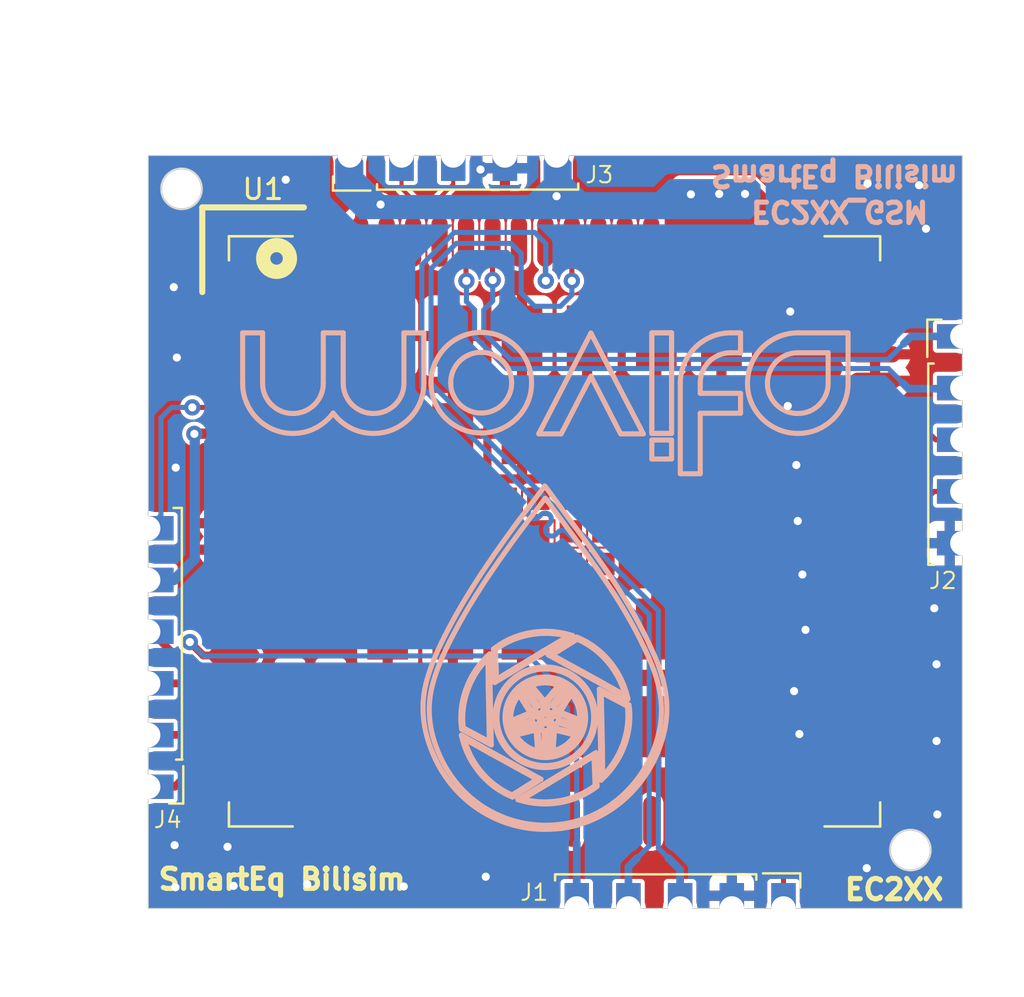
<source format=kicad_pcb>
(kicad_pcb (version 20240108) (generator "pcbnew") (generator_version "8.0")
  (layers (0 "F.Cu" signal) (31 "B.Cu" signal) (34 "B.Paste" user) (35 "F.Paste" user) (36 "B.SilkS" user "B.Silkscreen") (37 "F.SilkS" user "F.Silkscreen") (38 "B.Mask" user) (39 "F.Mask" user) (44 "Edge.Cuts" user))
  (net 0 "")
  (net 55 "GND")
  (net 56 "/USIM_RST")
  (net 57 "/USIM_DATA")
  (net 58 "+3V8")
  (net 59 "/ANT MAIN")
  (net 60 "/ANT GNSS")
  (net 61 "/USIM_CLK")
  (net 62 "/RXD")
  (net 63 "/TXD")
  (net 64 "VDD_EXT_1V8")
  (net 65 "/USB_N")
  (net 66 "/ANT_DIV")
  (net 67 "/CTS")
  (net 68 "/MODEM_NET_STATUS")
  (net 69 "/RTS")
  (net 70 "/USIM_PRESENCE")
  (net 71 "/USB_P")
  (net 72 "/USIM_VDD")
  (footprint "Footprint Library:Castelled 5" (layer "F.Cu") (at 141.14 115.85 180)
    (property "Reference" "J1")
    (property "Value" "DNP" (hide yes))
  )
  (footprint "Footprint Library:Castelled 5" (layer "F.Cu") (at 119.83 78.85)
    (property "Reference" "J3")
    (property "Value" "DNP" (hide yes))
  )
  (footprint "Footprint Library:castelled 6" (layer "F.Cu") (at 109.92 97.17 90)
    (property "Reference" "J4")
    (property "Value" "DNP" (hide yes))
  )
  (footprint "Footprint Library:EC200" (layer "F.Cu") (at 129.89 97.32)
    (property "Reference" "U1")
    (property "Value" "EC200")
  )
  (footprint "Footprint Library:Castelled 5" (layer "F.Cu") (at 149.93 87.74 -90)
    (property "Reference" "J2")
    (property "Value" "DNP" (hide yes))
  )
  (gr_line (start 137.048299 90.041858) (end 137.048299 90.536944) (stroke (width 0.25)) (layer "B.SilkS"))
  (gr_curve (pts (xy 126.867799 88.638485) (xy 127.050924 88.715689) (xy 127.210573 88.821889) (xy 127.346467 88.957783)) (stroke (width 0.25)) (layer "B.SilkS"))
  (gr_line (start 128.08676 110.501862) (end 129.483663 109.674093) (stroke (width 0.25)) (layer "B.SilkS"))
  (gr_line (start 134.670613 87.565588) (end 135.639197 87.565588) (stroke (width 0.25)) (layer "B.SilkS"))
  (gr_curve (pts (xy 126.28426 92.48501) (xy 126.629269 92.48501) (xy 126.950174 92.420662) (xy 127.247394 92.292384)) (stroke (width 0.25)) (layer "B.SilkS"))
  (gr_line (start 129.476261 107.157301) (end 129.476261 108.234522) (stroke (width 0.25)) (layer "B.SilkS"))
  (gr_line (start 114.563865 87.565588) (end 115.543417 87.565588) (stroke (width 0.25)) (layer "B.SilkS"))
  (gr_circle (center 129.723074 106.042653) (end 129.813074 106.042653) (stroke (width 0.25)) (fill none) (layer "B.SilkS"))
  (gr_line (start 131.203932 106.934709) (end 131.156721 107.080009) (stroke (width 0.25)) (layer "B.SilkS"))
  (gr_line (start 137.048299 90.536944) (end 139.029203 90.536944) (stroke (width 0.25)) (layer "B.SilkS"))
  (gr_arc (start 127.662394 106.76219) (mid 127.726971 105.922335) (end 128.16838 105.204925) (stroke (width 0.25)) (layer "B.SilkS"))
  (gr_curve (pts (xy 126.714725 108.225714) (xy 126.714725 108.225714) (xy 125.811962 107.718069) (xy 125.448429 107.513645)) (stroke (width 0.25)) (layer "B.SilkS"))
  (gr_curve (pts (xy 117.028886 91.527326) (xy 116.823403 91.527326) (xy 116.630986 91.488899) (xy 116.451145 91.411904)) (stroke (width 0.25)) (layer "B.SilkS"))
  (gr_curve (pts (xy 126.28426 87.54351) (xy 125.946936 87.54351) (xy 125.627638 87.607649) (xy 125.326856 87.736206)) (stroke (width 0.25)) (layer "B.SilkS"))
  (gr_curve (pts (xy 126.687592 107.655141) (xy 126.6738 107.007861) (xy 126.63113 105.005161) (xy 126.63113 105.005161)) (stroke (width 0.25)) (layer "B.SilkS"))
  (gr_curve (pts (xy 124.011936 89.062306) (xy 123.883378 89.363088) (xy 123.819239 89.682106) (xy 123.819239 90.01971)) (stroke (width 0.25)) (layer "B.SilkS"))
  (gr_curve (pts (xy 121.574163 91.411904) (xy 121.390759 91.488899) (xy 121.196176 91.527326) (xy 120.990903 91.527326)) (stroke (width 0.25)) (layer "B.SilkS"))
  (gr_arc (start 128.595941 104.863009) (mid 129.414643 104.664877) (end 130.233346 104.863009) (stroke (width 0.25)) (layer "B.SilkS"))
  (gr_curve (pts (xy 125.701 91.389826) (xy 125.517596 91.312831) (xy 125.357947 91.206422) (xy 125.222333 91.070738)) (stroke (width 0.25)) (layer "B.SilkS"))
  (gr_curve (pts (xy 125.906513 108.589256) (xy 126.372664 109.367737) (xy 127.051908 109.950648) (xy 127.806812 110.272902)) (stroke (width 0.25)) (layer "B.SilkS"))
  (gr_curve (pts (xy 115.978137 91.092886) (xy 115.842244 90.956922) (xy 115.735765 90.79923) (xy 115.65884 90.619599)) (stroke (width 0.25)) (layer "B.SilkS"))
  (gr_line (start 129.798674 106.954005) (end 131.034515 107.262135) (stroke (width 0.25)) (layer "B.SilkS"))
  (gr_line (start 134.670613 92.831976) (end 135.639197 92.831976) (stroke (width 0.25)) (layer "B.SilkS"))
  (gr_curve (pts (xy 119.939876 91.092886) (xy 119.803982 90.956922) (xy 119.697782 90.79923) (xy 119.620857 90.619599)) (stroke (width 0.25)) (layer "B.SilkS"))
  (gr_line (start 122.487621 87.565588) (end 123.467173 87.565588) (stroke (width 0.25)) (layer "B.SilkS"))
  (gr_line (start 143.332387 88.545141) (end 141.846569 88.545141) (stroke (width 0.25)) (layer "B.SilkS"))
  (gr_line (start 126.702508 103.3425) (end 126.720925 104.966138) (stroke (width 0.25)) (layer "B.SilkS"))
  (gr_line (start 128.16838 105.204925) (end 128.843325 106.285063) (stroke (width 0.25)) (layer "B.SilkS"))
  (gr_line (start 131.920746 108.196945) (end 131.980043 109.844718) (stroke (width 0.25)) (layer "B.SilkS"))
  (gr_curve (pts (xy 125.404257 106.974531) (xy 125.543971 107.048627) (xy 126.347175 107.474603) (xy 126.687592 107.655141)) (stroke (width 0.25)) (layer "B.SilkS"))
  (gr_curve (pts (xy 126.987487 103.136041) (xy 126.993175 103.294085) (xy 127.025871 104.202669) (xy 127.039729 104.587747)) (stroke (width 0.25)) (layer "B.SilkS"))
  (gr_line (start 135.639197 92.831976) (end 135.639197 93.765346) (stroke (width 0.25)) (layer "B.SilkS"))
  (gr_line (start 126.781631 107.815288) (end 125.324969 107.042754) (stroke (width 0.25)) (layer "B.SilkS"))
  (gr_circle (center 129.436167 106.455058) (end 131.416897 106.455058) (stroke (width 0.25)) (fill none) (layer "B.SilkS"))
  (gr_curve (pts (xy 116.071481 92.314462) (xy 116.372264 92.44274) (xy 116.691562 92.506879) (xy 117.028886 92.506879)) (stroke (width 0.25)) (layer "B.SilkS"))
  (gr_curve (pts (xy 137.048299 90.041858) (xy 137.048299 89.836306) (xy 137.086796 89.641723) (xy 137.163791 89.458598)) (stroke (width 0.25)) (layer "B.SilkS"))
  (gr_curve (pts (xy 116.451145 91.411904) (xy 116.271304 91.334979) (xy 116.113821 91.2285) (xy 115.978137 91.092886)) (stroke (width 0.25)) (layer "B.SilkS"))
  (gr_line (start 129.890116 107.079864) (end 129.818108 108.109628) (stroke (width 0.25)) (layer "B.SilkS"))
  (gr_line (start 129.423484 108.234522) (end 129.423484 107.157301) (stroke (width 0.25)) (layer "B.SilkS"))
  (gr_curve (pts (xy 126.867799 91.389826) (xy 126.684395 91.46703) (xy 126.489743 91.505528) (xy 126.28426 91.505528)) (stroke (width 0.25)) (layer "B.SilkS"))
  (gr_curve (pts (xy 122.0529 91.092886) (xy 121.916937 91.2285) (xy 121.757567 91.334979) (xy 121.574163 91.411904)) (stroke (width 0.25)) (layer "B.SilkS"))
  (gr_curve (pts (xy 125.326856 92.292384) (xy 125.627638 92.420662) (xy 125.946936 92.48501) (xy 126.28426 92.48501)) (stroke (width 0.25)) (layer "B.SilkS"))
  (gr_curve (pts (xy 119.010069 91.505528) (xy 119.23742 91.813647) (xy 119.523391 92.057347) (xy 119.8684 92.237257)) (stroke (width 0.25)) (layer "B.SilkS"))
  (gr_line (start 130.891727 107.329594) (end 129.890116 107.079864) (stroke (width 0.25)) (layer "B.SilkS"))
  (gr_curve (pts (xy 136.261513 89.084454) (xy 136.132955 89.385167) (xy 136.068816 89.704255) (xy 136.068816 90.041858)) (stroke (width 0.25)) (layer "B.SilkS"))
  (gr_line (start 129.583647 103.393187) (end 130.981012 102.517948) (stroke (width 0.25)) (layer "B.SilkS"))
  (gr_curve (pts (xy 130.21323 92.528957) (xy 130.315866 92.330811) (xy 130.433245 92.105137) (xy 130.565296 91.852144)) (stroke (width 0.25)) (layer "B.SilkS"))
  (gr_curve (pts (xy 133.467985 105.914764) (xy 133.32827 105.840667) (xy 132.525066 105.414692) (xy 132.184649 105.234153)) (stroke (width 0.25)) (layer "B.SilkS"))
  (gr_curve (pts (xy 129.487526 110.713747) (xy 130.434104 110.698663) (xy 131.312297 110.376248) (xy 131.980043 109.844718)) (stroke (width 0.25)) (layer "B.SilkS"))
  (gr_curve (pts (xy 131.829075 108.358459) (xy 131.275409 108.694043) (xy 129.562356 109.732346) (xy 129.562356 109.732346)) (stroke (width 0.25)) (layer "B.SilkS"))
  (gr_line (start 135.639197 93.765346) (end 134.670613 93.765346) (stroke (width 0.25)) (layer "B.SilkS"))
  (gr_curve (pts (xy 126.63113 105.005161) (xy 126.63113 105.005161) (xy 126.619382 103.969523) (xy 126.614651 103.552483)) (stroke (width 0.25)) (layer "B.SilkS"))
  (gr_line (start 129.385141 103.272113) (end 126.948057 104.749261) (stroke (width 0.25)) (layer "B.SilkS"))
  (gr_line (start 115.543417 87.565588) (end 115.543417 90.041858) (stroke (width 0.25)) (layer "B.SilkS"))
  (gr_curve (pts (xy 124.54 88.27) (xy 124.316212 88.497351) (xy 124.140144 88.761313) (xy 124.011936 89.062306)) (stroke (width 0.25)) (layer "B.SilkS"))
  (gr_arc (start 129.162507 108.224577) (mid 128.383706 107.903643) (end 127.837819 107.262135) (stroke (width 0.25)) (layer "B.SilkS"))
  (gr_line (start 128.695369 106.236989) (end 128.148345 105.361567) (stroke (width 0.25)) (layer "B.SilkS"))
  (gr_curve (pts (xy 129.769358 103.39182) (xy 130.336815 103.703517) (xy 132.092539 104.667913) (xy 132.092539 104.667913)) (stroke (width 0.25)) (layer "B.SilkS"))
  (gr_line (start 118.525603 87.565588) (end 119.505155 87.565588) (stroke (width 0.25)) (layer "B.SilkS"))
  (gr_curve (pts (xy 141.263379 88.660563) (xy 141.446504 88.583638) (xy 141.641087 88.545141) (xy 141.846569 88.545141)) (stroke (width 0.25)) (layer "B.SilkS"))
  (gr_line (start 131.156721 107.080009) (end 130.037117 106.716227) (stroke (width 0.25)) (layer "B.SilkS"))
  (gr_curve (pts (xy 123.575593 104.786905) (xy 123.77587 103.977946) (xy 124.110913 103.221368) (xy 124.48425 102.482909)) (stroke (width 0.25)) (layer "B.SilkS"))
  (gr_line (start 129.112526 92.528957) (end 131.676969 87.576558) (stroke (width 0.25)) (layer "B.SilkS"))
  (gr_line (start 119.505155 87.565588) (end 119.505155 90.041858) (stroke (width 0.25)) (layer "B.SilkS"))
  (gr_curve (pts (xy 128.76046 90.01971) (xy 128.76046 89.682106) (xy 128.696321 89.363088) (xy 128.568113 89.062306)) (stroke (width 0.25)) (layer "B.SilkS"))
  (gr_line (start 135.639197 87.565588) (end 135.639197 92.506879) (stroke (width 0.25)) (layer "B.SilkS"))
  (gr_line (start 134.670613 92.506879) (end 134.670613 87.565588) (stroke (width 0.25)) (layer "B.SilkS"))
  (gr_curve (pts (xy 124.54 91.76397) (xy 124.763788 91.987758) (xy 125.026073 92.163826) (xy 125.326856 92.292384)) (stroke (width 0.25)) (layer "B.SilkS"))
  (gr_curve (pts (xy 124.48425 102.482909) (xy 125.447709 100.576607) (xy 126.635874 98.817982) (xy 127.890431 97.104548)) (stroke (width 0.25)) (layer "B.SilkS"))
  (gr_line (start 130.710685 105.32063) (end 130.163663 106.196048) (stroke (width 0.25)) (layer "B.SilkS"))
  (gr_line (start 130.438612 104.922034) (end 130.562211 105.011834) (stroke (width 0.25)) (layer "B.SilkS"))
  (gr_curve (pts (xy 126.28426 88.522993) (xy 126.489743 88.522993) (xy 126.684395 88.56149) (xy 126.867799 88.638485)) (stroke (width 0.25)) (layer "B.SilkS"))
  (gr_line (start 138.545016 87.565588) (end 139.029203 87.565588) (stroke (width 0.25)) (layer "B.SilkS"))
  (gr_curve (pts (xy 125.701 88.638485) (xy 125.884404 88.56149) (xy 126.078987 88.522993) (xy 126.28426 88.522993)) (stroke (width 0.25)) (layer "B.SilkS"))
  (gr_line (start 129.423484 107.157301) (end 129.476261 107.157301) (stroke (width 0.25)) (layer "B.SilkS"))
  (gr_curve (pts (xy 127.247394 92.292384) (xy 127.544613 92.163826) (xy 127.806619 91.987758) (xy 128.034249 91.76397)) (stroke (width 0.25)) (layer "B.SilkS"))
  (gr_line (start 126.720925 104.966138) (end 126.781631 107.815288) (stroke (width 0.25)) (layer "B.SilkS"))
  (gr_curve (pts (xy 129.473087 110.61405) (xy 130.380347 110.599591) (xy 131.224784 110.302804) (xy 131.881316 109.810165)) (stroke (width 0.25)) (layer "B.SilkS"))
  (gr_curve (pts (xy 118.41018 90.619599) (xy 118.333186 90.79923) (xy 118.226776 90.956922) (xy 118.091092 91.092886)) (stroke (width 0.25)) (layer "B.SilkS"))
  (gr_line (start 134.670613 93.765346) (end 134.670613 92.831976) (stroke (width 0.25)) (layer "B.SilkS"))
  (gr_line (start 129.414643 105.68313) (end 130.078179 104.892359) (stroke (width 0.25)) (layer "B.SilkS"))
  (gr_curve (pts (xy 128.568113 90.982634) (xy 128.696321 90.685694) (xy 128.76046 90.36444) (xy 128.76046 90.01971)) (stroke (width 0.25)) (layer "B.SilkS"))
  (gr_curve (pts (xy 129.562356 109.732346) (xy 129.562356 109.732346) (xy 128.671341 110.260339) (xy 128.312539 110.472956)) (stroke (width 0.25)) (layer "B.SilkS"))
  (gr_curve (pts (xy 132.480175 91.252255) (xy 132.619631 91.523833) (xy 132.74791 91.775149) (xy 132.865498 92.006064)) (stroke (width 0.25)) (layer "B.SilkS"))
  (gr_curve (pts (xy 127.247394 87.736206) (xy 126.950174 87.607649) (xy 126.629269 87.54351) (xy 126.28426 87.54351)) (stroke (width 0.25)) (layer "B.SilkS"))
  (gr_curve (pts (xy 127.665555 90.59752) (xy 127.58856 90.777081) (xy 127.482151 90.934844) (xy 127.346467 91.070738)) (stroke (width 0.25)) (layer "B.SilkS"))
  (gr_line (start 129.223616 109.500439) (end 127.826252 110.375678) (stroke (width 0.25)) (layer "B.SilkS"))
  (gr_curve (pts (xy 126.614651 103.552483) (xy 126.344577 103.824782) (xy 126.107041 104.136768) (xy 125.912187 104.487)) (stroke (width 0.25)) (layer "B.SilkS"))
  (gr_curve (pts (xy 124.903245 89.43652) (xy 124.980239 89.253116) (xy 125.086649 89.093397) (xy 125.222333 88.957783)) (stroke (width 0.25)) (layer "B.SilkS"))
  (gr_line (start 128.990962 105.910497) (end 128.357787 105.039007) (stroke (width 0.25)) (layer "B.SilkS"))
  (gr_line (start 129.476261 108.234522) (end 129.423484 108.234522) (stroke (width 0.25)) (layer "B.SilkS"))
  (gr_curve (pts (xy 115.65884 90.619599) (xy 115.581845 90.439758) (xy 115.543417 90.247061) (xy 115.543417 90.041858)) (stroke (width 0.25)) (layer "B.SilkS"))
  (gr_line (start 128.843325 106.285063) (end 127.662394 106.76219) (stroke (width 0.25)) (layer "B.SilkS"))
  (gr_curve (pts (xy 139.563066 89.084454) (xy 139.434509 89.385167) (xy 139.37037 89.704255) (xy 139.37037 90.041858)) (stroke (width 0.25)) (layer "B.SilkS"))
  (gr_curve (pts (xy 134.577549 103.664206) (xy 135.055727 104.77064) (xy 135.295655 105.900548) (xy 135.03826 107.114788)) (stroke (width 0.25)) (layer "B.SilkS"))
  (gr_circle (center 129.436167 106.455058) (end 131.906632 106.455058) (stroke (width 0.25)) (fill none) (layer "B.SilkS"))
  (gr_curve (pts (xy 125.448429 107.513645) (xy 125.54921 107.883686) (xy 125.70063 108.245391) (xy 125.906513 108.589256)) (stroke (width 0.25)) (layer "B.SilkS"))
  (gr_curve (pts (xy 140.465344 90.619599) (xy 140.38835 90.439758) (xy 140.349852 90.247061) (xy 140.349852 90.041858)) (stroke (width 0.25)) (layer "B.SilkS"))
  (gr_curve (pts (xy 139.563066 91.004712) (xy 139.691344 91.301931) (xy 139.869299 91.562261) (xy 140.096859 91.786118)) (stroke (width 0.25)) (layer "B.SilkS"))
  (gr_circle (center 129.436167 106.455058) (end 129.586167 106.455058) (stroke (width 0.25)) (fill none) (layer "B.SilkS"))
  (gr_curve (pts (xy 139.37037 90.041858) (xy 139.37037 90.386518) (xy 139.434509 90.707493) (xy 139.563066 91.004712)) (stroke (width 0.25)) (layer "B.SilkS"))
  (gr_curve (pts (xy 130.556265 102.473249) (xy 130.185409 102.375508) (xy 129.796454 102.325789) (xy 129.395717 102.332156)) (stroke (width 0.25)) (layer "B.SilkS"))
  (gr_curve (pts (xy 129.306448 103.213859) (xy 129.306448 103.213859) (xy 130.197462 102.685867) (xy 130.556265 102.473249)) (stroke (width 0.25)) (layer "B.SilkS"))
  (gr_line (start 127.837819 107.262135) (end 129.07366 106.954005) (stroke (width 0.25)) (layer "B.SilkS"))
  (gr_line (start 129.709827 108.224577) (end 129.798674 106.954005) (stroke (width 0.25)) (layer "B.SilkS"))
  (gr_line (start 127.738261 106.623686) (end 128.695369 106.236989) (stroke (width 0.25)) (layer "B.SilkS"))
  (gr_line (start 129.870258 105.964226) (end 129.746659 105.874426) (stroke (width 0.25)) (layer "B.SilkS"))
  (gr_curve (pts (xy 124.032343 108.511989) (xy 123.472153 107.328739) (xy 123.253755 106.087094) (xy 123.575593 104.786905)) (stroke (width 0.25)) (layer "B.SilkS"))
  (gr_curve (pts (xy 135.03826 107.114788) (xy 134.527593 109.524963) (xy 132.589588 111.391772) (xy 130.238941 111.708624)) (stroke (width 0.25)) (layer "B.SilkS"))
  (gr_curve (pts (xy 132.169733 109.546795) (xy 132.515483 109.236246) (xy 132.816225 108.866326) (xy 133.053615 108.439638)) (stroke (width 0.25)) (layer "B.SilkS"))
  (gr_curve (pts (xy 130.565296 91.852144) (xy 130.697417 91.598872) (xy 130.829258 91.342036) (xy 130.961589 91.081707)) (stroke (width 0.25)) (layer "B.SilkS"))
  (gr_line (start 131.124619 107.017005) (end 130.100121 106.684125) (stroke (width 0.25)) (layer "B.SilkS"))
  (gr_curve (pts (xy 127.780977 90.01971) (xy 127.780977 90.224983) (xy 127.74248 90.417679) (xy 127.665555 90.59752)) (stroke (width 0.25)) (layer "B.SilkS"))
  (gr_curve (pts (xy 114.563865 90.041858) (xy 114.563865 90.386518) (xy 114.628004 90.707493) (xy 114.756561 91.004712)) (stroke (width 0.25)) (layer "B.SilkS"))
  (gr_curve (pts (xy 143.216685 90.619599) (xy 143.139691 90.79923) (xy 143.033281 90.956922) (xy 142.897597 91.092886)) (stroke (width 0.25)) (layer "B.SilkS"))
  (gr_line (start 122.487621 90.041858) (end 122.487621 87.565588) (stroke (width 0.25)) (layer "B.SilkS"))
  (gr_curve (pts (xy 137.587612 87.758285) (xy 137.286619 87.886563) (xy 137.022657 88.064517) (xy 136.795306 88.291869)) (stroke (width 0.25)) (layer "B.SilkS"))
  (gr_curve (pts (xy 120.990903 91.527326) (xy 120.785421 91.527326) (xy 120.592724 91.488899) (xy 120.413163 91.411904)) (stroke (width 0.25)) (layer "B.SilkS"))
  (gr_curve (pts (xy 132.241112 107.884133) (xy 132.241112 107.884133) (xy 132.252859 108.919771) (xy 132.25759 109.336812)) (stroke (width 0.25)) (layer "B.SilkS"))
  (gr_circle (center 129.132398 106.054911) (end 129.197398 106.054911) (stroke (width 0.25)) (fill none) (layer "B.SilkS"))
  (gr_curve (pts (xy 125.912187 104.487) (xy 125.471078 105.279939) (xy 125.305884 106.159637) (xy 125.404257 106.974531)) (stroke (width 0.25)) (layer "B.SilkS"))
  (gr_circle (center 129.436167 106.455058) (end 131.336167 106.455058) (stroke (width 0.25)) (fill none) (layer "B.SilkS"))
  (gr_curve (pts (xy 132.092539 104.667913) (xy 132.092539 104.667913) (xy 132.995302 105.175558) (xy 133.358835 105.379981)) (stroke (width 0.25)) (layer "B.SilkS"))
  (gr_line (start 128.982218 107.079864) (end 127.980603 107.329595) (stroke (width 0.25)) (layer "B.SilkS"))
  (gr_curve (pts (xy 140.889165 87.758285) (xy 140.588173 87.886563) (xy 140.323931 88.064517) (xy 140.096859 88.291869)) (stroke (width 0.25)) (layer "B.SilkS"))
  (gr_curve (pts (xy 119.620857 90.619599) (xy 119.543583 90.439758) (xy 119.505155 90.247061) (xy 119.505155 90.041858)) (stroke (width 0.25)) (layer "B.SilkS"))
  (gr_line (start 139.029203 87.565588) (end 139.029203 88.545141) (stroke (width 0.25)) (layer "B.SilkS"))
  (gr_line (start 134.670613 92.506879) (end 134.670613 87.565588) (stroke (width 0.25)) (layer "B.SilkS"))
  (gr_line (start 130.100121 106.684125) (end 130.11643 106.633932) (stroke (width 0.25)) (layer "B.SilkS"))
  (gr_curve (pts (xy 123.274476 91.004712) (xy 123.402755 90.707493) (xy 123.467173 90.386518) (xy 123.467173 90.041858)) (stroke (width 0.25)) (layer "B.SilkS"))
  (gr_curve (pts (xy 132.960054 108.402295) (xy 133.401163 107.609355) (xy 133.566357 106.729657) (xy 133.467985 105.914764)) (stroke (width 0.25)) (layer "B.SilkS"))
  (gr_curve (pts (xy 125.222333 91.070738) (xy 125.086649 90.934844) (xy 124.980239 90.777081) (xy 124.903245 90.59752)) (stroke (width 0.25)) (layer "B.SilkS"))
  (gr_line (start 135.639197 92.506879) (end 134.670613 92.506879) (stroke (width 0.25)) (layer "B.SilkS"))
  (gr_curve (pts (xy 137.163791 89.458598) (xy 137.240995 89.274914) (xy 137.347195 89.115545) (xy 137.483089 88.979931)) (stroke (width 0.25)) (layer "B.SilkS"))
  (gr_line (start 130.037117 106.716227) (end 130.084328 106.570928) (stroke (width 0.25)) (layer "B.SilkS"))
  (gr_arc (start 127.738261 106.623686) (mid 127.822071 105.953235) (end 128.148345 105.361567) (stroke (width 0.25)) (layer "B.SilkS"))
  (gr_curve (pts (xy 128.568113 89.062306) (xy 128.439555 88.761313) (xy 128.261601 88.497351) (xy 128.034249 88.27)) (stroke (width 0.25)) (layer "B.SilkS"))
  (gr_circle (center 129.44646 106.95734) (end 129.53646 106.95734) (stroke (width 0.25)) (fill none) (layer "B.SilkS"))
  (gr_curve (pts (xy 123.874645 104.926236) (xy 124.065385 104.155799) (xy 124.384473 103.435248) (xy 124.740032 102.731954)) (stroke (width 0.25)) (layer "B.SilkS"))
  (gr_circle (center 129.917047 106.600483) (end 129.982047 106.600483) (stroke (width 0.25)) (fill none) (layer "B.SilkS"))
  (gr_curve (pts (xy 117.612425 91.411904) (xy 117.428742 91.488899) (xy 117.234438 91.527326) (xy 117.028886 91.527326)) (stroke (width 0.25)) (layer "B.SilkS"))
  (gr_curve (pts (xy 118.091092 91.092886) (xy 117.955199 91.2285) (xy 117.79555 91.334979) (xy 117.612425 91.411904)) (stroke (width 0.25)) (layer "B.SilkS"))
  (gr_curve (pts (xy 125.222333 88.957783) (xy 125.357947 88.821889) (xy 125.517596 88.715689) (xy 125.701 88.638485)) (stroke (width 0.25)) (layer "B.SilkS"))
  (gr_line (start 125.310507 107.332568) (end 126.725827 108.128437) (stroke (width 0.25)) (layer "B.SilkS"))
  (gr_curve (pts (xy 132.979872 104.242016) (xy 132.493519 103.429798) (xy 131.775204 102.830469) (xy 130.981012 102.517948)) (stroke (width 0.25)) (layer "B.SilkS"))
  (gr_line (start 133.496757 105.561059) (end 132.081437 104.76519) (stroke (width 0.25)) (layer "B.SilkS"))
  (gr_arc (start 130.690651 105.163985) (mid 131.132038 105.881398) (end 131.196637 106.721249) (stroke (width 0.25)) (layer "B.SilkS"))
  (gr_line (start 132.081437 104.76519) (end 129.583647 103.393187) (stroke (width 0.25)) (layer "B.SilkS"))
  (gr_arc (start 130.710685 105.32063) (mid 131.036921 105.912307) (end 131.120775 106.582747) (stroke (width 0.25)) (layer "B.SilkS"))
  (gr_curve (pts (xy 133.358835 105.379981) (xy 133.258053 105.009941) (xy 133.106634 104.648235) (xy 132.900751 104.304371)) (stroke (width 0.25)) (layer "B.SilkS"))
  (gr_line (start 130.084328 106.570928) (end 131.203932 106.934709) (stroke (width 0.25)) (layer "B.SilkS"))
  (gr_line (start 139.029203 90.536944) (end 139.029203 91.516427) (stroke (width 0.25)) (layer "B.SilkS"))
  (gr_line (start 127.724083 107.106077) (end 127.676872 106.960778) (stroke (width 0.25)) (layer "B.SilkS"))
  (gr_line (start 130.21323 92.528957) (end 129.112526 92.528957) (stroke (width 0.25)) (layer "B.SilkS"))
  (gr_circle (center 129.917047 106.600483) (end 130.007047 106.600483) (stroke (width 0.25)) (fill none) (layer "B.SilkS"))
  (gr_line (start 128.843687 106.742296) (end 127.724083 107.106077) (stroke (width 0.25)) (layer "B.SilkS"))
  (gr_line (start 143.332387 90.041858) (end 143.332387 88.545141) (stroke (width 0.25)) (layer "B.SilkS"))
  (gr_curve (pts (xy 142.897597 91.092886) (xy 142.761703 91.2285) (xy 142.603941 91.334979) (xy 142.42438 91.411904)) (stroke (width 0.25)) (layer "B.SilkS"))
  (gr_line (start 128.357787 105.039007) (end 128.400485 105.007985) (stroke (width 0.25)) (layer "B.SilkS"))
  (gr_curve (pts (xy 130.258105 111.908413) (xy 127.650612 112.259742) (xy 125.170915 110.916343) (xy 124.032343 108.511989)) (stroke (width 0.25)) (layer "B.SilkS"))
  (gr_curve (pts (xy 137.483089 88.979931) (xy 137.618773 88.843967) (xy 137.778422 88.737558) (xy 137.961826 88.660563)) (stroke (width 0.25)) (layer "B.SilkS"))
  (gr_curve (pts (xy 124.011936 90.982634) (xy 124.140144 91.279783) (xy 124.316212 91.540182) (xy 124.54 91.76397)) (stroke (width 0.25)) (layer "B.SilkS"))
  (gr_curve (pts (xy 133.053615 108.439638) (xy 133.51384 107.612335) (xy 133.673717 106.690591) (xy 133.547272 105.84654)) (stroke (width 0.25)) (layer "B.SilkS"))
  (gr_curve (pts (xy 133.496757 105.561059) (xy 133.400688 105.106356) (xy 133.230699 104.660946) (xy 132.979872 104.242016)) (stroke (width 0.25)) (layer "B.SilkS"))
  (gr_line (start 136.068816 94.487993) (end 136.068816 90.041858) (stroke (width 0.25)) (layer "B.SilkS"))
  (gr_line (start 130.449674 104.991874) (end 130.492371 105.022895) (stroke (width 0.25)) (layer "B.SilkS"))
  (gr_line (start 139.029203 88.545141) (end 138.545016 88.545141) (stroke (width 0.25)) (layer "B.SilkS"))
  (gr_curve (pts (xy 132.056563 90.432421) (xy 132.199584 90.707493) (xy 132.340717 90.980677) (xy 132.480175 91.252255)) (stroke (width 0.25)) (layer "B.SilkS"))
  (gr_curve (pts (xy 126.702508 103.3425) (xy 126.356758 103.653049) (xy 126.056017 104.022969) (xy 125.818626 104.449657)) (stroke (width 0.25)) (layer "B.SilkS"))
  (gr_curve (pts (xy 140.096859 88.291869) (xy 139.869299 88.51922) (xy 139.691344 88.783392) (xy 139.563066 89.084454)) (stroke (width 0.25)) (layer "B.SilkS"))
  (gr_line (start 130.233346 104.863009) (end 129.414643 105.8387) (stroke (width 0.25)) (layer "B.SilkS"))
  (gr_curve (pts (xy 130.782044 102.444344) (xy 130.340225 102.30019) (xy 129.869494 102.224701) (xy 129.381277 102.232458)) (stroke (width 0.25)) (layer "B.SilkS"))
  (gr_line (start 129.373484 107.107301) (end 129.526261 107.107301) (stroke (width 0.25)) (layer "B.SilkS"))
  (gr_curve (pts (xy 129.381277 102.232458) (xy 128.434699 102.247543) (xy 127.556507 102.569957) (xy 126.88876 103.101488)) (stroke (width 0.25)) (layer "B.SilkS"))
  (gr_line (start 114.563865 90.041858) (end 114.563865 87.565588) (stroke (width 0.25)) (layer "B.SilkS"))
  (gr_line (start 126.948057 104.749261) (end 126.88876 103.101488) (stroke (width 0.25)) (layer "B.SilkS"))
  (gr_curve (pts (xy 126.28426 91.505528) (xy 126.078987 91.505528) (xy 125.884404 91.46703) (xy 125.701 91.389826)) (stroke (width 0.25)) (layer "B.SilkS"))
  (gr_arc (start 128.75111 104.892362) (mid 129.414641 104.7649) (end 130.078179 104.892359) (stroke (width 0.25)) (layer "B.SilkS"))
  (gr_curve (pts (xy 120.413163 91.411904) (xy 120.233322 91.334979) (xy 120.07556 91.2285) (xy 119.939876 91.092886)) (stroke (width 0.25)) (layer "B.SilkS"))
  (gr_line (start 130.015707 106.244122) (end 130.690651 105.163985) (stroke (width 0.25)) (layer "B.SilkS"))
  (gr_curve (pts (xy 128.312539 110.472956) (xy 128.683394 110.570698) (xy 129.07235 110.620417) (xy 129.473087 110.61405)) (stroke (width 0.25)) (layer "B.SilkS"))
  (gr_line (start 141.846569 87.565588) (end 144.31166 87.565588) (stroke (width 0.25)) (layer "B.SilkS"))
  (gr_curve (pts (xy 122.487621 90.041858) (xy 122.487621 90.247061) (xy 122.449123 90.439758) (xy 122.371919 90.619599)) (stroke (width 0.25)) (layer "B.SilkS"))
  (gr_curve (pts (xy 124.787543 90.01971) (xy 124.787543 89.814227) (xy 124.82604 89.619924) (xy 124.903245 89.43652)) (stroke (width 0.25)) (layer "B.SilkS"))
  (gr_arc (start 130.891727 107.329594) (mid 130.429854 107.822753) (end 129.818108 108.109628) (stroke (width 0.25)) (layer "B.SilkS"))
  (gr_curve (pts (xy 124.740032 102.731954) (xy 125.657612 100.916429) (xy 126.789198 99.241547) (xy 127.984014 97.609705)) (stroke (width 0.25)) (layer "B.SilkS"))
  (gr_curve (pts (xy 137.961826 88.660563) (xy 138.144951 88.583638) (xy 138.339534 88.545141) (xy 138.545016 88.545141)) (stroke (width 0.25)) (layer "B.SilkS"))
  (gr_curve (pts (xy 135.297389 107.084885) (xy 134.761189 109.615568) (xy 132.726284 111.575718) (xy 130.258105 111.908413)) (stroke (width 0.25)) (layer "B.SilkS"))
  (gr_curve (pts (xy 118.525603 90.041858) (xy 118.525603 90.247061) (xy 118.487106 90.439758) (xy 118.41018 90.619599)) (stroke (width 0.25)) (layer "B.SilkS"))
  (gr_curve (pts (xy 134.813643 103.461774) (xy 135.31573 104.623529) (xy 135.567654 105.809933) (xy 135.297389 107.084885)) (stroke (width 0.25)) (layer "B.SilkS"))
  (gr_curve (pts (xy 127.806812 110.272902) (xy 127.940839 110.188954) (xy 128.711347 109.706346) (xy 129.037906 109.501806)) (stroke (width 0.25)) (layer "B.SilkS"))
  (gr_curve (pts (xy 140.349852 90.041858) (xy 140.349852 89.836306) (xy 140.38835 89.641723) (xy 140.465344 89.458598)) (stroke (width 0.25)) (layer "B.SilkS"))
  (gr_line (start 128.400485 105.007985) (end 129.033659 105.879476) (stroke (width 0.25)) (layer "B.SilkS"))
  (gr_curve (pts (xy 141.263379 91.411904) (xy 141.079696 91.334979) (xy 140.920256 91.2285) (xy 140.784642 91.092886)) (stroke (width 0.25)) (layer "B.SilkS"))
  (gr_curve (pts (xy 141.846569 92.506879) (xy 142.191299 92.506879) (xy 142.512553 92.44274) (xy 142.809493 92.314462)) (stroke (width 0.25)) (layer "B.SilkS"))
  (gr_curve (pts (xy 131.352152 90.327829) (xy 131.48043 90.085805) (xy 131.588796 89.876689) (xy 131.676969 89.700691)) (stroke (width 0.25)) (layer "B.SilkS"))
  (gr_circle (center 129.436167 106.455058) (end 131.810504 106.455058) (stroke (width 0.25)) (fill none) (layer "B.SilkS"))
  (gr_curve (pts (xy 129.037906 109.501806) (xy 128.470449 109.19011) (xy 126.714725 108.225714) (xy 126.714725 108.225714)) (stroke (width 0.25)) (layer "B.SilkS"))
  (gr_curve (pts (xy 140.465344 89.458598) (xy 140.542549 89.274914) (xy 140.648749 89.115545) (xy 140.784642 88.979931)) (stroke (width 0.25)) (layer "B.SilkS"))
  (gr_curve (pts (xy 141.846569 91.527326) (xy 141.641087 91.527326) (xy 141.446504 91.488899) (xy 141.263379 91.411904)) (stroke (width 0.25)) (layer "B.SilkS"))
  (gr_circle (center 129.44646 106.95734) (end 129.51146 106.95734) (stroke (width 0.25)) (fill none) (layer "B.SilkS"))
  (gr_line (start 128.75111 104.892362) (end 129.414643 105.68313) (stroke (width 0.25)) (layer "B.SilkS"))
  (gr_line (start 129.414643 105.8387) (end 128.595941 104.863009) (stroke (width 0.25)) (layer "B.SilkS"))
  (gr_arc (start 129.054226 108.109624) (mid 128.442501 107.82272) (end 127.980603 107.329595) (stroke (width 0.25)) (layer "B.SilkS"))
  (gr_line (start 132.09061 105.074007) (end 133.547272 105.84654) (stroke (width 0.25)) (layer "B.SilkS"))
  (gr_line (start 129.746659 105.874426) (end 130.438612 104.922034) (stroke (width 0.25)) (layer "B.SilkS"))
  (gr_curve (pts (xy 115.284625 91.786118) (xy 115.508483 92.009906) (xy 115.770699 92.185904) (xy 116.071481 92.314462)) (stroke (width 0.25)) (layer "B.SilkS"))
  (gr_circle (center 128.961507 106.619591) (end 129.026507 106.619591) (stroke (width 0.25)) (fill none) (layer "B.SilkS"))
  (gr_line (start 130.11643 106.633932) (end 131.140928 106.966811) (stroke (width 0.25)) (layer "B.SilkS"))
  (gr_curve (pts (xy 117.028886 92.506879) (xy 117.43992 92.506879) (xy 117.816021 92.417098) (xy 118.157188 92.237257)) (stroke (width 0.25)) (layer "B.SilkS"))
  (gr_line (start 127.739876 106.99288) (end 128.764374 106.66) (stroke (width 0.25)) (layer "B.SilkS"))
  (gr_line (start 129.816499 105.863364) (end 130.449674 104.991874) (stroke (width 0.25)) (layer "B.SilkS"))
  (gr_curve (pts (xy 129.395717 102.332156) (xy 128.488457 102.346614) (xy 127.644019 102.643401) (xy 126.987487 103.136041)) (stroke (width 0.25)) (layer "B.SilkS"))
  (gr_curve (pts (xy 132.25759 109.336812) (xy 132.527664 109.064512) (xy 132.7652 108.752527) (xy 132.960054 108.402295)) (stroke (width 0.25)) (layer "B.SilkS"))
  (gr_line (start 131.676969 87.576558) (end 134.251963 92.528957) (stroke (width 0.25)) (layer "B.SilkS"))
  (gr_curve (pts (xy 124.903245 90.59752) (xy 124.82604 90.417679) (xy 124.787543 90.224983) (xy 124.787543 90.01971)) (stroke (width 0.25)) (layer "B.SilkS"))
  (gr_curve (pts (xy 125.827392 108.65161) (xy 126.313745 109.463828) (xy 127.03206 110.063158) (xy 127.826252 110.375678)) (stroke (width 0.25)) (layer "B.SilkS"))
  (gr_curve (pts (xy 138.545016 87.565588) (xy 138.207413 87.565588) (xy 137.888395 87.629727) (xy 137.587612 87.758285)) (stroke (width 0.25)) (layer "B.SilkS"))
  (gr_line (start 134.670613 87.565588) (end 135.639197 87.565588) (stroke (width 0.25)) (layer "B.SilkS"))
  (gr_curve (pts (xy 131.676969 89.700691) (xy 131.786942 89.913301) (xy 131.913543 90.15728) (xy 132.056563 90.432421)) (stroke (width 0.25)) (layer "B.SilkS"))
  (gr_circle (center 129.436167 106.455058) (end 129.613833 106.455058) (stroke (width 0.25)) (fill none) (layer "B.SilkS"))
  (gr_line (start 130.782044 102.444344) (end 129.385141 103.272113) (stroke (width 0.25)) (layer "B.SilkS"))
  (gr_curve (pts (xy 140.784642 88.979931) (xy 140.920256 88.843967) (xy 141.079696 88.737558) (xy 141.263379 88.660563)) (stroke (width 0.25)) (layer "B.SilkS"))
  (gr_circle (center 128.961507 106.619591) (end 129.051507 106.619591) (stroke (width 0.25)) (fill none) (layer "B.SilkS"))
  (gr_curve (pts (xy 129.429728 95.69818) (xy 129.488347 95.768048) (xy 129.521674 95.802982) (xy 129.550041 95.84148)) (stroke (width 0.25)) (layer "B.SilkS"))
  (gr_line (start 128.764374 106.66) (end 128.780683 106.710194) (stroke (width 0.25)) (layer "B.SilkS"))
  (gr_curve (pts (xy 127.665555 89.43652) (xy 127.74248 89.619924) (xy 127.780977 89.814227) (xy 127.780977 90.01971)) (stroke (width 0.25)) (layer "B.SilkS"))
  (gr_curve (pts (xy 132.184649 105.234153) (xy 132.198441 105.881434) (xy 132.241112 107.884133) (xy 132.241112 107.884133)) (stroke (width 0.25)) (layer "B.SilkS"))
  (gr_line (start 128.979901 105.980337) (end 128.287947 105.027945) (stroke (width 0.25)) (layer "B.SilkS"))
  (gr_line (start 127.676872 106.960778) (end 128.796476 106.596997) (stroke (width 0.25)) (layer "B.SilkS"))
  (gr_curve (pts (xy 128.08676 110.501862) (xy 128.528578 110.646015) (xy 128.999309 110.721505) (xy 129.487526 110.713747)) (stroke (width 0.25)) (layer "B.SilkS"))
  (gr_line (start 137.048299 91.516427) (end 137.048299 94.487993) (stroke (width 0.25)) (layer "B.SilkS"))
  (gr_curve (pts (xy 128.034249 88.27) (xy 127.806619 88.042439) (xy 127.544613 87.864485) (xy 127.247394 87.736206)) (stroke (width 0.25)) (layer "B.SilkS"))
  (gr_line (start 135.639197 92.506879) (end 134.670613 92.506879) (stroke (width 0.25)) (layer "B.SilkS"))
  (gr_arc (start 131.034515 107.262135) (mid 130.488607 107.903613) (end 129.709827 108.224577) (stroke (width 0.25)) (layer "B.SilkS"))
  (gr_line (start 129.033659 105.879476) (end 128.990962 105.910497) (stroke (width 0.25)) (layer "B.SilkS"))
  (gr_line (start 129.07366 106.954005) (end 129.162507 108.224577) (stroke (width 0.25)) (layer "B.SilkS"))
  (gr_line (start 126.725827 108.128437) (end 129.223616 109.500439) (stroke (width 0.25)) (layer "B.SilkS"))
  (gr_curve (pts (xy 132.283635 99.597386) (xy 133.169564 100.877722) (xy 133.955302 102.224013) (xy 134.577549 103.664206)) (stroke (width 0.25)) (layer "B.SilkS"))
  (gr_curve (pts (xy 114.756561 91.004712) (xy 114.884839 91.301931) (xy 115.060837 91.562261) (xy 115.284625 91.786118)) (stroke (width 0.25)) (layer "B.SilkS"))
  (gr_curve (pts (xy 144.119243 91.004712) (xy 144.247521 90.707493) (xy 144.31166 90.386518) (xy 144.31166 90.041858)) (stroke (width 0.25)) (layer "B.SilkS"))
  (gr_line (start 128.780683 106.710194) (end 127.756185 107.043074) (stroke (width 0.25)) (layer "B.SilkS"))
  (gr_curve (pts (xy 122.740613 91.786118) (xy 122.967965 91.562261) (xy 123.145919 91.301931) (xy 123.274476 91.004712)) (stroke (width 0.25)) (layer "B.SilkS"))
  (gr_line (start 135.639197 87.565588) (end 135.639197 92.506879) (stroke (width 0.25)) (layer "B.SilkS"))
  (gr_curve (pts (xy 132.865498 92.006064) (xy 132.982597 92.237257) (xy 133.074613 92.411649) (xy 133.140639 92.528957)) (stroke (width 0.25)) (layer "B.SilkS"))
  (gr_line (start 132.151316 107.923157) (end 132.09061 105.074007) (stroke (width 0.25)) (layer "B.SilkS"))
  (gr_line (start 129.859196 105.894386) (end 129.816499 105.863364) (stroke (width 0.25)) (layer "B.SilkS"))
  (gr_line (start 128.411546 104.938145) (end 129.1035 105.890537) (stroke (width 0.25)) (layer "B.SilkS"))
  (gr_line (start 127.756185 107.043074) (end 127.739876 106.99288) (stroke (width 0.25)) (layer "B.SilkS"))
  (gr_curve (pts (xy 118.157188 92.237257) (xy 118.498284 92.057347) (xy 118.782438 91.813647) (xy 119.010069 91.505528)) (stroke (width 0.25)) (layer "B.SilkS"))
  (gr_line (start 129.054226 108.109624) (end 128.982218 107.079864) (stroke (width 0.25)) (layer "B.SilkS"))
  (gr_curve (pts (xy 119.8684 92.237257) (xy 120.21306 92.417098) (xy 120.587275 92.506879) (xy 120.990903 92.506879)) (stroke (width 0.25)) (layer "B.SilkS"))
  (gr_curve (pts (xy 130.961589 91.081707) (xy 131.09343 90.821308) (xy 131.223594 90.569922) (xy 131.352152 90.327829)) (stroke (width 0.25)) (layer "B.SilkS"))
  (gr_curve (pts (xy 127.346467 91.070738) (xy 127.210573 91.206422) (xy 127.050924 91.312831) (xy 126.867799 91.389826)) (stroke (width 0.25)) (layer "B.SilkS"))
  (gr_curve (pts (xy 130.238941 111.708624) (xy 127.755615 112.043223) (xy 125.393999 110.763796) (xy 124.309644 108.473935)) (stroke (width 0.25)) (layer "B.SilkS"))
  (gr_line (start 129.526261 107.107301) (end 129.526261 108.284522) (stroke (width 0.25)) (layer "B.SilkS"))
  (gr_circle (center 129.723074 106.042653) (end 129.788074 106.042653) (stroke (width 0.25)) (fill none) (layer "B.SilkS"))
  (gr_curve (pts (xy 140.889165 92.314462) (xy 141.189948 92.44274) (xy 141.508966 92.506879) (xy 141.846569 92.506879)) (stroke (width 0.25)) (layer "B.SilkS"))
  (gr_curve (pts (xy 143.332387 90.041858) (xy 143.332387 90.247061) (xy 143.29361 90.439758) (xy 143.216685 90.619599)) (stroke (width 0.25)) (layer "B.SilkS"))
  (gr_curve (pts (xy 140.784642 91.092886) (xy 140.648749 90.956922) (xy 140.542549 90.79923) (xy 140.465344 90.619599)) (stroke (width 0.25)) (layer "B.SilkS"))
  (gr_curve (pts (xy 129.550041 95.84148) (xy 130.463777 97.091422) (xy 131.402387 98.323968) (xy 132.283635 99.597386)) (stroke (width 0.25)) (layer "B.SilkS"))
  (gr_curve (pts (xy 123.819239 90.01971) (xy 123.819239 90.36444) (xy 123.883378 90.685694) (xy 124.011936 90.982634)) (stroke (width 0.25)) (layer "B.SilkS"))
  (gr_curve (pts (xy 132.900751 104.304371) (xy 132.4346 103.52589) (xy 131.755356 102.942979) (xy 131.000452 102.620725)) (stroke (width 0.25)) (layer "B.SilkS"))
  (gr_curve (pts (xy 140.096859 91.786118) (xy 140.323931 92.009906) (xy 140.588173 92.185904) (xy 140.889165 92.314462)) (stroke (width 0.25)) (layer "B.SilkS"))
  (gr_curve (pts (xy 125.818626 104.449657) (xy 125.358401 105.276959) (xy 125.198524 106.198703) (xy 125.324969 107.042754)) (stroke (width 0.25)) (layer "B.SilkS"))
  (gr_curve (pts (xy 127.039729 104.587747) (xy 127.593394 104.252163) (xy 129.306448 103.213859) (xy 129.306448 103.213859)) (stroke (width 0.25)) (layer "B.SilkS"))
  (gr_curve (pts (xy 128.034249 91.76397) (xy 128.261601 91.540182) (xy 128.439555 91.279783) (xy 128.568113 90.982634)) (stroke (width 0.25)) (layer "B.SilkS"))
  (gr_line (start 137.048299 94.487993) (end 136.068816 94.487993) (stroke (width 0.25)) (layer "B.SilkS"))
  (gr_curve (pts (xy 131.881316 109.810165) (xy 131.875629 109.65212) (xy 131.842932 108.743537) (xy 131.829075 108.358459)) (stroke (width 0.25)) (layer "B.SilkS"))
  (gr_curve (pts (xy 120.990903 92.506879) (xy 121.335633 92.506879) (xy 121.656887 92.44274) (xy 121.953827 92.314462)) (stroke (width 0.25)) (layer "B.SilkS"))
  (gr_curve (pts (xy 143.59083 91.786118) (xy 143.814618 91.562261) (xy 143.990686 91.301931) (xy 144.119243 91.004712)) (stroke (width 0.25)) (layer "B.SilkS"))
  (gr_curve (pts (xy 129.534759 95.247911) (xy 130.494183 96.560351) (xy 131.479723 97.854524) (xy 132.405033 99.191613)) (stroke (width 0.25)) (layer "B.SilkS"))
  (gr_line (start 129.1035 105.890537) (end 128.979901 105.980337) (stroke (width 0.25)) (layer "B.SilkS"))
  (gr_curve (pts (xy 125.326856 87.736206) (xy 125.026073 87.864485) (xy 124.763788 88.042439) (xy 124.54 88.27)) (stroke (width 0.25)) (layer "B.SilkS"))
  (gr_line (start 130.163663 106.196048) (end 131.120775 106.582747) (stroke (width 0.25)) (layer "B.SilkS"))
  (gr_curve (pts (xy 136.795306 88.291869) (xy 136.567745 88.51922) (xy 136.389791 88.783392) (xy 136.261513 89.084454)) (stroke (width 0.25)) (layer "B.SilkS"))
  (gr_curve (pts (xy 127.346467 88.957783) (xy 127.482151 89.093397) (xy 127.58856 89.253116) (xy 127.665555 89.43652)) (stroke (width 0.25)) (layer "B.SilkS"))
  (gr_line (start 130.562211 105.011834) (end 129.870258 105.964226) (stroke (width 0.25)) (layer "B.SilkS"))
  (gr_line (start 129.526261 108.284522) (end 129.373484 108.284522) (stroke (width 0.25)) (layer "B.SilkS"))
  (gr_line (start 131.140928 106.966811) (end 131.124619 107.017005) (stroke (width 0.25)) (layer "B.SilkS"))
  (gr_line (start 128.796476 106.596997) (end 128.843687 106.742296) (stroke (width 0.25)) (layer "B.SilkS"))
  (gr_curve (pts (xy 127.890431 97.104548) (xy 128.381367 96.434536) (xy 128.891744 95.77949) (xy 129.40843 95.097447)) (stroke (width 0.25)) (layer "B.SilkS"))
  (gr_line (start 144.31166 87.565588) (end 144.31166 90.041858) (stroke (width 0.25)) (layer "B.SilkS"))
  (gr_line (start 129.483663 109.674093) (end 131.920746 108.196945) (stroke (width 0.25)) (layer "B.SilkS"))
  (gr_curve (pts (xy 142.809493 92.314462) (xy 143.106643 92.185904) (xy 143.367042 92.009906) (xy 143.59083 91.786118)) (stroke (width 0.25)) (layer "B.SilkS"))
  (gr_curve (pts (xy 127.984014 97.609705) (xy 128.451572 96.971598) (xy 128.937646 96.347745) (xy 129.429728 95.69818)) (stroke (width 0.25)) (layer "B.SilkS"))
  (gr_line (start 139.029203 91.516427) (end 137.048299 91.516427) (stroke (width 0.25)) (layer "B.SilkS"))
  (gr_curve (pts (xy 122.371919 90.619599) (xy 122.294924 90.79923) (xy 122.188515 90.956922) (xy 122.0529 91.092886)) (stroke (width 0.25)) (layer "B.SilkS"))
  (gr_line (start 123.467173 87.565588) (end 123.467173 90.041858) (stroke (width 0.25)) (layer "B.SilkS"))
  (gr_curve (pts (xy 121.953827 92.314462) (xy 122.250977 92.185904) (xy 122.513262 92.009906) (xy 122.740613 91.786118)) (stroke (width 0.25)) (layer "B.SilkS"))
  (gr_line (start 132.169733 109.546795) (end 132.151316 107.923157) (stroke (width 0.25)) (layer "B.SilkS"))
  (gr_curve (pts (xy 131.000452 102.620725) (xy 130.866425 102.704673) (xy 130.095917 103.18728) (xy 129.769358 103.39182)) (stroke (width 0.25)) (layer "B.SilkS"))
  (gr_line (start 130.492371 105.022895) (end 129.859196 105.894386) (stroke (width 0.25)) (layer "B.SilkS"))
  (gr_line (start 129.373484 108.284522) (end 129.373484 107.107301) (stroke (width 0.25)) (layer "B.SilkS"))
  (gr_curve (pts (xy 142.42438 91.411904) (xy 142.244539 91.488899) (xy 142.051842 91.527326) (xy 141.846569 91.527326)) (stroke (width 0.25)) (layer "B.SilkS"))
  (gr_curve (pts (xy 132.405033 99.191613) (xy 133.335259 100.535965) (xy 134.160284 101.94957) (xy 134.813643 103.461774)) (stroke (width 0.25)) (layer "B.SilkS"))
  (gr_curve (pts (xy 124.309644 108.473935) (xy 123.77613 107.34703) (xy 123.568133 106.164511) (xy 123.874645 104.926236)) (stroke (width 0.25)) (layer "B.SilkS"))
  (gr_curve (pts (xy 129.40843 95.097447) (xy 129.469981 95.170808) (xy 129.504974 95.207489) (xy 129.534759 95.247911)) (stroke (width 0.25)) (layer "B.SilkS"))
  (gr_curve (pts (xy 125.310507 107.332568) (xy 125.406575 107.78727) (xy 125.576565 108.23268) (xy 125.827392 108.65161)) (stroke (width 0.25)) (layer "B.SilkS"))
  (gr_line (start 118.525603 90.041858) (end 118.525603 87.565588) (stroke (width 0.25)) (layer "B.SilkS"))
  (gr_line (start 131.196637 106.721249) (end 130.015707 106.244122) (stroke (width 0.25)) (layer "B.SilkS"))
  (gr_curve (pts (xy 141.846569 87.565588) (xy 141.508966 87.565588) (xy 141.189948 87.629727) (xy 140.889165 87.758285)) (stroke (width 0.25)) (layer "B.SilkS"))
  (gr_circle (center 129.132398 106.054911) (end 129.222398 106.054911) (stroke (width 0.25)) (fill none) (layer "B.SilkS"))
  (gr_line (start 134.251963 92.528957) (end 133.140639 92.528957) (stroke (width 0.25)) (layer "B.SilkS"))
  (gr_line (start 128.287947 105.027945) (end 128.411546 104.938145) (stroke (width 0.25)) (layer "B.SilkS"))
  (gr_circle (center 147.374802 112.98) (end 146.374802 112.98) (stroke (width 0.1)) (fill none) (layer "Edge.Cuts"))
  (gr_line (start 109.92 78.85) (end 149.93 78.85) (stroke (width 0.05)) (layer "Edge.Cuts"))
  (gr_circle (center 111.56 80.49) (end 110.56 80.49) (stroke (width 0.1)) (fill none) (layer "Edge.Cuts"))
  (gr_line (start 149.93 115.85) (end 109.92 115.85) (stroke (width 0.05)) (layer "Edge.Cuts"))
  (gr_line (start 109.92 115.85) (end 109.92 78.85) (stroke (width 0.05)) (layer "Edge.Cuts"))
  (gr_line (start 149.93 78.85) (end 149.93 115.85) (stroke (width 0.05)) (layer "Edge.Cuts"))
  (gr_text "SmartEq Bilisim" (at 137.45 79.259998 180) (layer "B.SilkS") (effects (font (size 1 1) (thickness 0.254)) (justify left bottom mirror)))
  (gr_text "EC2XX_GSM\n" (at 139.423333 81.007499 180) (layer "B.SilkS") (effects (font (size 1 1) (thickness 0.25) (bold yes)) (justify left bottom mirror)))
  (gr_text "SmartEq Bilisim" (at 110.31 115 0) (layer "F.SilkS") (effects (font (size 1 1) (thickness 0.254)) (justify left bottom)))
  (gr_text "EC2XX" (at 144.03 115.51 0) (layer "F.SilkS") (effects (font (size 1 1) (thickness 0.25)) (justify left bottom)))
  (via (at 148.55 101.1) (size 0.8) (drill 0.4) (layers "F.Cu" "B.Cu") (net 55))
  (via (at 148.14 82.45) (size 0.8) (drill 0.4) (layers "F.Cu" "B.Cu") (net 55))
  (via (at 142.22 102.16) (size 0.8) (drill 0.4) (layers "F.Cu" "B.Cu") (net 55))
  (via (at 145.27 80.23) (size 0.8) (drill 0.4) (layers "F.Cu" "B.Cu") (net 55))
  (via (at 111.18 85.32) (size 0.8) (drill 0.4) (layers "F.Cu" "B.Cu") (net 55))
  (via (at 145.23 113.87) (size 0.8) (drill 0.4) (layers "F.Cu" "B.Cu") (net 55))
  (via (at 111.33 88.78) (size 0.8) (drill 0.4) (layers "F.Cu" "B.Cu") (net 55))
  (via (at 111.22 112.74) (size 0.8) (drill 0.4) (layers "F.Cu" "B.Cu") (net 55))
  (via (at 148.7 111.23) (size 0.8) (drill 0.4) (layers "F.Cu" "B.Cu") (net 55))
  (via (at 141.66 105.17) (size 0.8) (drill 0.4) (layers "F.Cu" "B.Cu") (net 55))
  (via (at 141.84 96.81) (size 0.8) (drill 0.4) (layers "F.Cu" "B.Cu") (net 55))
  (via (at 142.07 99.44) (size 0.8) (drill 0.4) (layers "F.Cu" "B.Cu") (net 55))
  (via (at 116.68 80.04) (size 0.8) (drill 0.4) (layers "F.Cu" "B.Cu") (net 55))
  (via (at 117.74 114.66) (size 0.8) (drill 0.4) (layers "F.Cu" "B.Cu") (net 55))
  (via (at 148.66 103.85) (size 0.8) (drill 0.4) (layers "F.Cu" "B.Cu") (net 55))
  (via (at 148.66 107.62) (size 0.8) (drill 0.4) (layers "F.Cu" "B.Cu") (net 55))
  (via (at 122.48 114.77) (size 0.8) (drill 0.4) (layers "F.Cu" "B.Cu") (net 55))
  (via (at 141.92 107.28) (size 0.8) (drill 0.4) (layers "F.Cu" "B.Cu") (net 55))
  (via (at 111.26 114.81) (size 0.8) (drill 0.4) (layers "F.Cu" "B.Cu") (net 55))
  (via (at 114.12 114.74) (size 0.8) (drill 0.4) (layers "F.Cu" "B.Cu") (net 55))
  (via (at 126.25 79.54) (size 0.8) (drill 0.4) (layers "F.Cu" "B.Cu") (net 55))
  (via (at 126.51 114.29) (size 0.8) (drill 0.4) (layers "F.Cu" "B.Cu") (net 55))
  (via (at 141.47 86.52) (size 0.8) (drill 0.4) (layers "F.Cu" "B.Cu") (net 55))
  (via (at 141.35 91.16) (size 0.8) (drill 0.4) (layers "F.Cu" "B.Cu") (net 55))
  (via (at 113.82 112.82) (size 0.8) (drill 0.4) (layers "F.Cu" "B.Cu") (net 55))
  (via (at 147.8 80.31) (size 0.8) (drill 0.4) (layers "F.Cu" "B.Cu") (net 55))
  (via (at 111.275 94.19) (size 0.8) (drill 0.4) (layers "F.Cu" "B.Cu") (net 55))
  (via (at 141.77 94.06) (size 0.8) (drill 0.4) (layers "F.Cu" "B.Cu") (net 55))
  (segment (start 112.48 108.62) (end 114.14 108.62) (width 0.25) (layer "F.Cu") (net 56))
  (segment (start 111.23 109.87) (end 109.92 109.87) (width 0.381) (layer "F.Cu") (net 56))
  (segment (start 111.63 109.47) (end 111.23 109.87) (width 0.381) (layer "F.Cu") (net 56))
  (segment (start 111.63 109.47) (end 112.48 108.62) (width 0.25) (layer "F.Cu") (net 56))
  (segment (start 111.76 105.04) (end 112.74 106.02) (width 0.381) (layer "F.Cu") (net 57))
  (segment (start 111.76 105.04) (end 111.51 104.79) (width 0.381) (layer "F.Cu") (net 57))
  (segment (start 111.51 104.79) (end 109.92 104.79) (width 0.381) (layer "F.Cu") (net 57))
  (segment (start 112.74 106.02) (end 114.14 106.02) (width 0.381) (layer "F.Cu") (net 57))
  (segment (start 121.34 81.26) (end 119.83 79.75) (width 0.508) (layer "F.Cu") (net 58))
  (segment (start 121.64 83.07) (end 121.64 81.56) (width 0.508) (layer "F.Cu") (net 58))
  (segment (start 121.64 81.56) (end 121.34 81.26) (width 0.508) (layer "F.Cu") (net 58))
  (segment (start 119.83 79.75) (end 119.83 78.85) (width 0.508) (layer "F.Cu") (net 58))
  (segment (start 129.99 78.85) (end 129.99 80.85) (width 0.508) (layer "F.Cu") (net 58))
  (via (at 137.98 80.74) (size 0.8) (drill 0.4) (layers "F.Cu" "B.Cu") (net 58))
  (via (at 139.25 80.74) (size 0.8) (drill 0.4) (layers "F.Cu" "B.Cu") (net 58))
  (via (at 136.59 80.76) (size 0.8) (drill 0.4) (layers "F.Cu" "B.Cu") (net 58))
  (via (at 129.99 80.85) (size 0.8) (drill 0.4) (layers "F.Cu" "B.Cu") (net 58))
  (via (at 121.34 81.26) (size 0.8) (drill 0.4) (layers "F.Cu" "B.Cu") (net 58))
  (segment (start 147.02 91.22) (end 145.64 91.22) (width 0.25) (layer "F.Cu") (net 59))
  (segment (start 148.62 92.82) (end 147.02 91.22) (width 0.25) (layer "F.Cu") (net 59))
  (segment (start 149.93 92.82) (end 148.62 92.82) (width 0.25) (layer "F.Cu") (net 59))
  (segment (start 146.98 96.92) (end 145.64 96.92) (width 0.25) (layer "F.Cu") (net 60))
  (segment (start 149.93 95.36) (end 148.54 95.36) (width 0.25) (layer "F.Cu") (net 60))
  (segment (start 148.54 95.36) (end 146.98 96.92) (width 0.25) (layer "F.Cu") (net 60))
  (segment (start 114.14 107.32) (end 109.93 107.32) (width 0.381) (layer "F.Cu") (net 61))
  (segment (start 109.93 107.32) (end 109.92 107.33) (width 0.381) (layer "F.Cu") (net 61))
  (segment (start 125.54 84.99) (end 125.56 85.01) (width 0.25) (layer "F.Cu") (net 62))
  (segment (start 125.54 83.07) (end 125.54 84.99) (width 0.25) (layer "F.Cu") (net 62))
  (via (at 125.56 85.01) (size 0.8) (drill 0.4) (layers "F.Cu" "B.Cu") (net 62))
  (segment (start 125.96 86.43) (end 125.56 86.03) (width 0.25) (layer "B.Cu") (net 62))
  (segment (start 146.29 89.32) (end 127.533604 89.32) (width 0.25) (layer "B.Cu") (net 62))
  (segment (start 149.9 90.31) (end 149.93 90.28) (width 0.25) (layer "B.Cu") (net 62))
  (segment (start 146.995 90.025) (end 146.29 89.32) (width 0.25) (layer "B.Cu") (net 62))
  (segment (start 127.533604 89.32) (end 125.96 87.746396) (width 0.25) (layer "B.Cu") (net 62))
  (segment (start 146.995 90.025) (end 147.28 90.31) (width 0.381) (layer "B.Cu") (net 62))
  (segment (start 147.28 90.31) (end 149.9 90.31) (width 0.381) (layer "B.Cu") (net 62))
  (segment (start 125.56 86.03) (end 125.56 85.01) (width 0.25) (layer "B.Cu") (net 62))
  (segment (start 125.96 87.746396) (end 125.96 86.43) (width 0.25) (layer "B.Cu") (net 62))
  (segment (start 126.84 84.96) (end 126.85 84.97) (width 0.25) (layer "F.Cu") (net 63))
  (segment (start 126.84 83.07) (end 126.84 84.96) (width 0.25) (layer "F.Cu") (net 63))
  (via (at 126.85 84.97) (size 0.8) (drill 0.4) (layers "F.Cu" "B.Cu") (net 63))
  (segment (start 126.41 86.44) (end 126.85 86) (width 0.25) (layer "B.Cu") (net 63))
  (segment (start 147.41 87.74) (end 147.055 88.095) (width 0.381) (layer "B.Cu") (net 63))
  (segment (start 127.72 88.87) (end 126.41 87.56) (width 0.25) (layer "B.Cu") (net 63))
  (segment (start 126.41 87.56) (end 126.41 86.44) (width 0.25) (layer "B.Cu") (net 63))
  (segment (start 149.93 87.74) (end 147.41 87.74) (width 0.381) (layer "B.Cu") (net 63))
  (segment (start 126.85 86) (end 126.85 84.97) (width 0.25) (layer "B.Cu") (net 63))
  (segment (start 147.055 88.095) (end 146.28 88.87) (width 0.25) (layer "B.Cu") (net 63))
  (segment (start 146.28 88.87) (end 127.72 88.87) (width 0.25) (layer "B.Cu") (net 63))
  (segment (start 112.2 92.52) (end 112.19 92.53) (width 0.508) (layer "F.Cu") (net 64))
  (segment (start 114.14 92.52) (end 112.2 92.52) (width 0.508) (layer "F.Cu") (net 64))
  (via (at 112.19 92.53) (size 0.8) (drill 0.4) (layers "F.Cu" "B.Cu") (net 64))
  (segment (start 112.21 92.55) (end 112.19 92.53) (width 0.508) (layer "B.Cu") (net 64))
  (segment (start 111.18 99.71) (end 112.21 98.68) (width 0.508) (layer "B.Cu") (net 64))
  (segment (start 112.21 98.68) (end 112.21 92.55) (width 0.508) (layer "B.Cu") (net 64))
  (segment (start 109.92 99.71) (end 111.18 99.71) (width 0.508) (layer "B.Cu") (net 64))
  (segment (start 122.94 81.04) (end 122.94 83.07) (width 0.2) (layer "F.Cu") (net 65))
  (segment (start 122.37 80.47) (end 122.94 81.04) (width 0.2) (layer "F.Cu") (net 65))
  (segment (start 122.37 78.85) (end 122.37 80.47) (width 0.2) (layer "F.Cu") (net 65))
  (segment (start 141.14 111.57) (end 141.14 115.85) (width 0.25) (layer "F.Cu") (net 66))
  (segment (start 130.74 85.01) (end 130.74 83.07) (width 0.25) (layer "F.Cu") (net 67))
  (via (at 130.74 85.01) (size 0.8) (drill 0.4) (layers "F.Cu" "B.Cu") (net 67))
  (segment (start 128.25 85.6) (end 128.91 86.26) (width 0.25) (layer "B.Cu") (net 67))
  (segment (start 134.99 101.22) (end 123.82 90.05) (width 0.25) (layer "B.Cu") (net 67))
  (segment (start 130.74 85.7) (end 130.74 85.01) (width 0.25) (layer "B.Cu") (net 67))
  (segment (start 128.91 86.26) (end 130.18 86.26) (width 0.25) (layer "B.Cu") (net 67))
  (segment (start 135.48 113.37) (end 134.99 112.88) (width 0.25) (layer "B.Cu") (net 67))
  (segment (start 127.75 83.17) (end 128.25 83.67) (width 0.25) (layer "B.Cu") (net 67))
  (segment (start 125.06 83.17) (end 127.75 83.17) (width 0.25) (layer "B.Cu") (net 67))
  (segment (start 128.25 83.67) (end 128.25 85.6) (width 0.25) (layer "B.Cu") (net 67))
  (segment (start 134.99 112.88) (end 134.99 101.22) (width 0.25) (layer "B.Cu") (net 67))
  (segment (start 135.48 113.37) (end 136.06 113.95) (width 0.381) (layer "B.Cu") (net 67))
  (segment (start 123.82 84.41) (end 125.06 83.17) (width 0.25) (layer "B.Cu") (net 67))
  (segment (start 130.18 86.26) (end 130.74 85.7) (width 0.25) (layer "B.Cu") (net 67))
  (segment (start 136.06 113.95) (end 136.06 115.85) (width 0.381) (layer "B.Cu") (net 67))
  (segment (start 123.82 90.05) (end 123.82 84.41) (width 0.25) (layer "B.Cu") (net 67))
  (segment (start 114.13 91.23) (end 114.14 91.22) (width 0.25) (layer "F.Cu") (net 68))
  (segment (start 112.09 91.23) (end 114.13 91.23) (width 0.25) (layer "F.Cu") (net 68))
  (via (at 112.09 91.23) (size 0.8) (drill 0.4) (layers "F.Cu" "B.Cu") (net 68))
  (segment (start 110.55 91.74) (end 111.06 91.23) (width 0.25) (layer "B.Cu") (net 68))
  (segment (start 109.92 97.17) (end 110.55 96.54) (width 0.25) (layer "B.Cu") (net 68))
  (segment (start 111.06 91.23) (end 112.09 91.23) (width 0.25) (layer "B.Cu") (net 68))
  (segment (start 110.55 96.54) (end 110.55 91.74) (width 0.25) (layer "B.Cu") (net 68))
  (segment (start 129.44 83.07) (end 129.44 84.99) (width 0.25) (layer "F.Cu") (net 69))
  (segment (start 129.44 84.99) (end 129.46 85.01) (width 0.25) (layer "F.Cu") (net 69))
  (via (at 129.46 85.01) (size 0.8) (drill 0.4) (layers "F.Cu" "B.Cu") (net 69))
  (segment (start 129.64301 96.509406) (end 129.643009 96.509405) (width 0.25) (layer "B.Cu") (net 69))
  (segment (start 133.935 113.385) (end 134.54 112.78) (width 0.25) (layer "B.Cu") (net 69))
  (segment (start 130.067273 97.357933) (end 129.961206 97.463999) (width 0.25) (layer "B.Cu") (net 69))
  (segment (start 129.536942 97.039735) (end 129.64301 96.93367) (width 0.25) (layer "B.Cu") (net 69))
  (segment (start 128.688414 96.191207) (end 128.794482 96.085142) (width 0.25) (layer "B.Cu") (net 69))
  (segment (start 128.651598 95.517994) (end 123.37 90.236396) (width 0.25) (layer "B.Cu") (net 69))
  (segment (start 134.54 101.406396) (end 130.491537 97.357933) (width 0.25) (layer "B.Cu") (net 69))
  (segment (start 128.794482 95.660878) (end 128.794481 95.660877) (width 0.25) (layer "B.Cu") (net 69))
  (segment (start 123.37 90.236396) (end 123.37 84.223604) (width 0.25) (layer "B.Cu") (net 69))
  (segment (start 129.46 83.18) (end 129.46 85.01) (width 0.25) (layer "B.Cu") (net 69))
  (segment (start 128.794481 95.660877) (end 128.651598 95.517994) (width 0.25) (layer "B.Cu") (net 69))
  (segment (start 124.963604 82.63) (end 128.91 82.63) (width 0.25) (layer "B.Cu") (net 69))
  (segment (start 133.52 113.8) (end 133.52 115.85) (width 0.381) (layer "B.Cu") (net 69))
  (segment (start 128.91 82.63) (end 129.46 83.18) (width 0.25) (layer "B.Cu") (net 69))
  (segment (start 123.37 84.223604) (end 124.963604 82.63) (width 0.25) (layer "B.Cu") (net 69))
  (segment (start 129.218745 96.509405) (end 129.112678 96.615471) (width 0.25) (layer "B.Cu") (net 69))
  (segment (start 133.935 113.385) (end 133.52 113.8) (width 0.381) (layer "B.Cu") (net 69))
  (segment (start 134.54 112.78) (end 134.54 101.406396) (width 0.25) (layer "B.Cu") (net 69))
  (arc (start 129.536942 97.463999) (mid 129.449074 97.251867) (end 129.536942 97.039735) (width 0.25) (layer "B.Cu") (net 69))
  (arc (start 129.112678 96.615471) (mid 128.900546 96.703339) (end 128.688414 96.615471) (width 0.25) (layer "B.Cu") (net 69))
  (arc (start 130.491537 97.357933) (mid 130.279405 97.270065) (end 130.067273 97.357933) (width 0.25) (layer "B.Cu") (net 69))
  (arc (start 129.961206 97.463999) (mid 129.749074 97.551867) (end 129.536942 97.463999) (width 0.25) (layer "B.Cu") (net 69))
  (arc (start 128.688414 96.615471) (mid 128.600546 96.403339) (end 128.688414 96.191207) (width 0.25) (layer "B.Cu") (net 69))
  (arc (start 129.64301 96.93367) (mid 129.730878 96.721538) (end 129.64301 96.509406) (width 0.25) (layer "B.Cu") (net 69))
  (arc (start 128.794482 96.085142) (mid 128.88235 95.87301) (end 128.794482 95.660878) (width 0.25) (layer "B.Cu") (net 69))
  (arc (start 129.643009 96.509405) (mid 129.430877 96.421537) (end 129.218745 96.509405) (width 0.25) (layer "B.Cu") (net 69))
  (segment (start 111.97 102.76) (end 112.63 103.42) (width 0.381) (layer "F.Cu") (net 70))
  (segment (start 112.63 103.42) (end 114.14 103.42) (width 0.381) (layer "F.Cu") (net 70))
  (via (at 111.97 102.76) (size 0.8) (drill 0.4) (layers "F.Cu" "B.Cu") (net 70))
  (segment (start 130.98 105.8) (end 130.98 112.63) (width 0.25) (layer "B.Cu") (net 70))
  (segment (start 112.65 103.44) (end 128.62 103.44) (width 0.25) (layer "B.Cu") (net 70))
  (segment (start 111.97 102.76) (end 112.65 103.44) (width 0.25) (layer "B.Cu") (net 70))
  (segment (start 130.98 115.85) (end 130.98 112.63) (width 0.381) (layer "B.Cu") (net 70))
  (segment (start 128.62 103.44) (end 130.98 105.8) (width 0.25) (layer "B.Cu") (net 70))
  (segment (start 124.24 80.93) (end 124.24 83.07) (width 0.2) (layer "F.Cu") (net 71))
  (segment (start 124.91 78.85) (end 124.91 80.26) (width 0.2) (layer "F.Cu") (net 71))
  (segment (start 124.91 80.26) (end 124.24 80.93) (width 0.2) (layer "F.Cu") (net 71))
  (segment (start 112.55 104.72) (end 110.08 102.25) (width 0.381) (layer "F.Cu") (net 72))
  (segment (start 114.14 104.72) (end 112.55 104.72) (width 0.381) (layer "F.Cu") (net 72))
  (segment (start 110.08 102.25) (end 109.92 102.25) (width 0.381) (layer "F.Cu") (net 72))
  (zone (net 58) (net_name "+3V8") (layer "F.Cu") (priority 13) (connect_pads yes (clearance 0.25)) (min_thickness 0.1) (fill yes (thermal_gap 0.5) (thermal_bridge_width 0.5))
    (polygon (pts (xy 140.48 84.41) (xy 140.06 84.83) (xy 135.68 84.83) (xy 135.3 84.45) (xy 135.3 80.8) (xy 136.02 80.08) (xy 139.63 80.08) (xy 140.48 80.93)))
  )
  (zone (net 55) (net_name "GND") (layers "F&B.Cu") (priority 10) (connect_pads (clearance 0.2)) (min_thickness 0.1) (fill yes (thermal_gap 0.5) (thermal_bridge_width 0.5))
    (polygon (pts (xy 102.64 120.22) (xy 102.64 71.21) (xy 152.96 71.21) (xy 152.96 119.89) (xy 152.76 120.22) (xy 152.71 120.22)))
  )
  (zone (net 58) (net_name "+3V8") (layer "B.Cu") (priority 15) (connect_pads yes (clearance 0.25)) (min_thickness 0.1) (fill yes (thermal_gap 0.5) (thermal_bridge_width 0.5))
    (polygon (pts (xy 135.52 80.01) (xy 139.73 80.01) (xy 140.01 80.29) (xy 140.01 81.48) (xy 139.51 81.98) (xy 120.32 81.98) (xy 119.11 80.77) (xy 119.11 79.06) (xy 119.3 78.87) (xy 120.26 78.87) (xy 120.49 79.1) (xy 120.49 79.76) (xy 121.52 80.79) (xy 128.61 80.79) (xy 129.35 80.05) (xy 129.35 79.09) (xy 129.56 78.88) (xy 130.42 78.88) (xy 130.73 79.19) (xy 130.73 79.99) (xy 131.39 80.65) (xy 134.88 80.65)))
  )
  (zone (net 0) (net_name "") (layer "B.Cu") (connect_pads (clearance 0.2)) (min_thickness 0.1) (fill yes (thermal_gap 0.254) (thermal_bridge_width 0.254))
    (polygon (pts (xy 149.93 115.8) (xy 149.93 78.9) (xy 109.93 78.9) (xy 109.93 115.8)))
  )
)
</source>
